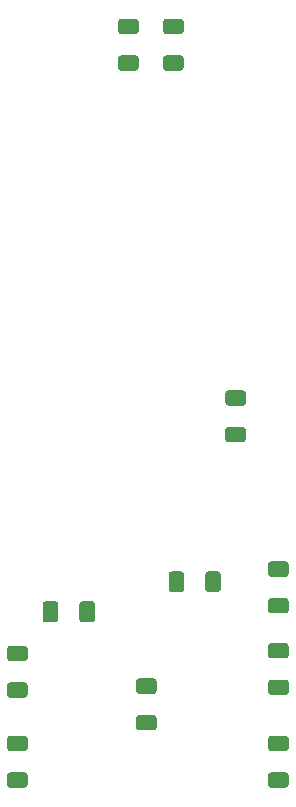
<source format=gbr>
%TF.GenerationSoftware,KiCad,Pcbnew,5.1.9*%
%TF.CreationDate,2021-02-18T20:57:37+01:00*%
%TF.ProjectId,sygeco1,73796765-636f-4312-9e6b-696361645f70,1.0*%
%TF.SameCoordinates,Original*%
%TF.FileFunction,Paste,Bot*%
%TF.FilePolarity,Positive*%
%FSLAX46Y46*%
G04 Gerber Fmt 4.6, Leading zero omitted, Abs format (unit mm)*
G04 Created by KiCad (PCBNEW 5.1.9) date 2021-02-18 20:57:37*
%MOMM*%
%LPD*%
G01*
G04 APERTURE LIST*
G04 APERTURE END LIST*
%TO.C,R2*%
G36*
G01*
X152282999Y-111872000D02*
X153533001Y-111872000D01*
G75*
G02*
X153783000Y-112121999I0J-249999D01*
G01*
X153783000Y-112922001D01*
G75*
G02*
X153533001Y-113172000I-249999J0D01*
G01*
X152282999Y-113172000D01*
G75*
G02*
X152033000Y-112922001I0J249999D01*
G01*
X152033000Y-112121999D01*
G75*
G02*
X152282999Y-111872000I249999J0D01*
G01*
G37*
G36*
G01*
X152282999Y-114972000D02*
X153533001Y-114972000D01*
G75*
G02*
X153783000Y-115221999I0J-249999D01*
G01*
X153783000Y-116022001D01*
G75*
G02*
X153533001Y-116272000I-249999J0D01*
G01*
X152282999Y-116272000D01*
G75*
G02*
X152033000Y-116022001I0J249999D01*
G01*
X152033000Y-115221999D01*
G75*
G02*
X152282999Y-114972000I249999J0D01*
G01*
G37*
%TD*%
%TO.C,R1*%
G36*
G01*
X130184999Y-119720000D02*
X131435001Y-119720000D01*
G75*
G02*
X131685000Y-119969999I0J-249999D01*
G01*
X131685000Y-120770001D01*
G75*
G02*
X131435001Y-121020000I-249999J0D01*
G01*
X130184999Y-121020000D01*
G75*
G02*
X129935000Y-120770001I0J249999D01*
G01*
X129935000Y-119969999D01*
G75*
G02*
X130184999Y-119720000I249999J0D01*
G01*
G37*
G36*
G01*
X130184999Y-122820000D02*
X131435001Y-122820000D01*
G75*
G02*
X131685000Y-123069999I0J-249999D01*
G01*
X131685000Y-123870001D01*
G75*
G02*
X131435001Y-124120000I-249999J0D01*
G01*
X130184999Y-124120000D01*
G75*
G02*
X129935000Y-123870001I0J249999D01*
G01*
X129935000Y-123069999D01*
G75*
G02*
X130184999Y-122820000I249999J0D01*
G01*
G37*
%TD*%
%TO.C,C1*%
G36*
G01*
X136066500Y-109870003D02*
X136066500Y-108569997D01*
G75*
G02*
X136316497Y-108320000I249997J0D01*
G01*
X137141503Y-108320000D01*
G75*
G02*
X137391500Y-108569997I0J-249997D01*
G01*
X137391500Y-109870003D01*
G75*
G02*
X137141503Y-110120000I-249997J0D01*
G01*
X136316497Y-110120000D01*
G75*
G02*
X136066500Y-109870003I0J249997D01*
G01*
G37*
G36*
G01*
X132941500Y-109870003D02*
X132941500Y-108569997D01*
G75*
G02*
X133191497Y-108320000I249997J0D01*
G01*
X134016503Y-108320000D01*
G75*
G02*
X134266500Y-108569997I0J-249997D01*
G01*
X134266500Y-109870003D01*
G75*
G02*
X134016503Y-110120000I-249997J0D01*
G01*
X133191497Y-110120000D01*
G75*
G02*
X132941500Y-109870003I0J249997D01*
G01*
G37*
%TD*%
%TO.C,R3*%
G36*
G01*
X148022000Y-106054999D02*
X148022000Y-107305001D01*
G75*
G02*
X147772001Y-107555000I-249999J0D01*
G01*
X146971999Y-107555000D01*
G75*
G02*
X146722000Y-107305001I0J249999D01*
G01*
X146722000Y-106054999D01*
G75*
G02*
X146971999Y-105805000I249999J0D01*
G01*
X147772001Y-105805000D01*
G75*
G02*
X148022000Y-106054999I0J-249999D01*
G01*
G37*
G36*
G01*
X144922000Y-106054999D02*
X144922000Y-107305001D01*
G75*
G02*
X144672001Y-107555000I-249999J0D01*
G01*
X143871999Y-107555000D01*
G75*
G02*
X143622000Y-107305001I0J249999D01*
G01*
X143622000Y-106054999D01*
G75*
G02*
X143871999Y-105805000I249999J0D01*
G01*
X144672001Y-105805000D01*
G75*
G02*
X144922000Y-106054999I0J-249999D01*
G01*
G37*
%TD*%
%TO.C,R4*%
G36*
G01*
X130184999Y-115200000D02*
X131435001Y-115200000D01*
G75*
G02*
X131685000Y-115449999I0J-249999D01*
G01*
X131685000Y-116250001D01*
G75*
G02*
X131435001Y-116500000I-249999J0D01*
G01*
X130184999Y-116500000D01*
G75*
G02*
X129935000Y-116250001I0J249999D01*
G01*
X129935000Y-115449999D01*
G75*
G02*
X130184999Y-115200000I249999J0D01*
G01*
G37*
G36*
G01*
X130184999Y-112100000D02*
X131435001Y-112100000D01*
G75*
G02*
X131685000Y-112349999I0J-249999D01*
G01*
X131685000Y-113150001D01*
G75*
G02*
X131435001Y-113400000I-249999J0D01*
G01*
X130184999Y-113400000D01*
G75*
G02*
X129935000Y-113150001I0J249999D01*
G01*
X129935000Y-112349999D01*
G75*
G02*
X130184999Y-112100000I249999J0D01*
G01*
G37*
%TD*%
%TO.C,R5*%
G36*
G01*
X141106999Y-117968000D02*
X142357001Y-117968000D01*
G75*
G02*
X142607000Y-118217999I0J-249999D01*
G01*
X142607000Y-119018001D01*
G75*
G02*
X142357001Y-119268000I-249999J0D01*
G01*
X141106999Y-119268000D01*
G75*
G02*
X140857000Y-119018001I0J249999D01*
G01*
X140857000Y-118217999D01*
G75*
G02*
X141106999Y-117968000I249999J0D01*
G01*
G37*
G36*
G01*
X141106999Y-114868000D02*
X142357001Y-114868000D01*
G75*
G02*
X142607000Y-115117999I0J-249999D01*
G01*
X142607000Y-115918001D01*
G75*
G02*
X142357001Y-116168000I-249999J0D01*
G01*
X141106999Y-116168000D01*
G75*
G02*
X140857000Y-115918001I0J249999D01*
G01*
X140857000Y-115117999D01*
G75*
G02*
X141106999Y-114868000I249999J0D01*
G01*
G37*
%TD*%
%TO.C,R6*%
G36*
G01*
X140833001Y-60314000D02*
X139582999Y-60314000D01*
G75*
G02*
X139333000Y-60064001I0J249999D01*
G01*
X139333000Y-59263999D01*
G75*
G02*
X139582999Y-59014000I249999J0D01*
G01*
X140833001Y-59014000D01*
G75*
G02*
X141083000Y-59263999I0J-249999D01*
G01*
X141083000Y-60064001D01*
G75*
G02*
X140833001Y-60314000I-249999J0D01*
G01*
G37*
G36*
G01*
X140833001Y-63414000D02*
X139582999Y-63414000D01*
G75*
G02*
X139333000Y-63164001I0J249999D01*
G01*
X139333000Y-62363999D01*
G75*
G02*
X139582999Y-62114000I249999J0D01*
G01*
X140833001Y-62114000D01*
G75*
G02*
X141083000Y-62363999I0J-249999D01*
G01*
X141083000Y-63164001D01*
G75*
G02*
X140833001Y-63414000I-249999J0D01*
G01*
G37*
%TD*%
%TO.C,R7*%
G36*
G01*
X152282999Y-104962000D02*
X153533001Y-104962000D01*
G75*
G02*
X153783000Y-105211999I0J-249999D01*
G01*
X153783000Y-106012001D01*
G75*
G02*
X153533001Y-106262000I-249999J0D01*
G01*
X152282999Y-106262000D01*
G75*
G02*
X152033000Y-106012001I0J249999D01*
G01*
X152033000Y-105211999D01*
G75*
G02*
X152282999Y-104962000I249999J0D01*
G01*
G37*
G36*
G01*
X152282999Y-108062000D02*
X153533001Y-108062000D01*
G75*
G02*
X153783000Y-108311999I0J-249999D01*
G01*
X153783000Y-109112001D01*
G75*
G02*
X153533001Y-109362000I-249999J0D01*
G01*
X152282999Y-109362000D01*
G75*
G02*
X152033000Y-109112001I0J249999D01*
G01*
X152033000Y-108311999D01*
G75*
G02*
X152282999Y-108062000I249999J0D01*
G01*
G37*
%TD*%
%TO.C,R8*%
G36*
G01*
X152282999Y-122820000D02*
X153533001Y-122820000D01*
G75*
G02*
X153783000Y-123069999I0J-249999D01*
G01*
X153783000Y-123870001D01*
G75*
G02*
X153533001Y-124120000I-249999J0D01*
G01*
X152282999Y-124120000D01*
G75*
G02*
X152033000Y-123870001I0J249999D01*
G01*
X152033000Y-123069999D01*
G75*
G02*
X152282999Y-122820000I249999J0D01*
G01*
G37*
G36*
G01*
X152282999Y-119720000D02*
X153533001Y-119720000D01*
G75*
G02*
X153783000Y-119969999I0J-249999D01*
G01*
X153783000Y-120770001D01*
G75*
G02*
X153533001Y-121020000I-249999J0D01*
G01*
X152282999Y-121020000D01*
G75*
G02*
X152033000Y-120770001I0J249999D01*
G01*
X152033000Y-119969999D01*
G75*
G02*
X152282999Y-119720000I249999J0D01*
G01*
G37*
%TD*%
%TO.C,R9*%
G36*
G01*
X144643001Y-60314000D02*
X143392999Y-60314000D01*
G75*
G02*
X143143000Y-60064001I0J249999D01*
G01*
X143143000Y-59263999D01*
G75*
G02*
X143392999Y-59014000I249999J0D01*
G01*
X144643001Y-59014000D01*
G75*
G02*
X144893000Y-59263999I0J-249999D01*
G01*
X144893000Y-60064001D01*
G75*
G02*
X144643001Y-60314000I-249999J0D01*
G01*
G37*
G36*
G01*
X144643001Y-63414000D02*
X143392999Y-63414000D01*
G75*
G02*
X143143000Y-63164001I0J249999D01*
G01*
X143143000Y-62363999D01*
G75*
G02*
X143392999Y-62114000I249999J0D01*
G01*
X144643001Y-62114000D01*
G75*
G02*
X144893000Y-62363999I0J-249999D01*
G01*
X144893000Y-63164001D01*
G75*
G02*
X144643001Y-63414000I-249999J0D01*
G01*
G37*
%TD*%
%TO.C,R10*%
G36*
G01*
X149913501Y-94872500D02*
X148663499Y-94872500D01*
G75*
G02*
X148413500Y-94622501I0J249999D01*
G01*
X148413500Y-93822499D01*
G75*
G02*
X148663499Y-93572500I249999J0D01*
G01*
X149913501Y-93572500D01*
G75*
G02*
X150163500Y-93822499I0J-249999D01*
G01*
X150163500Y-94622501D01*
G75*
G02*
X149913501Y-94872500I-249999J0D01*
G01*
G37*
G36*
G01*
X149913501Y-91772500D02*
X148663499Y-91772500D01*
G75*
G02*
X148413500Y-91522501I0J249999D01*
G01*
X148413500Y-90722499D01*
G75*
G02*
X148663499Y-90472500I249999J0D01*
G01*
X149913501Y-90472500D01*
G75*
G02*
X150163500Y-90722499I0J-249999D01*
G01*
X150163500Y-91522501D01*
G75*
G02*
X149913501Y-91772500I-249999J0D01*
G01*
G37*
%TD*%
M02*

</source>
